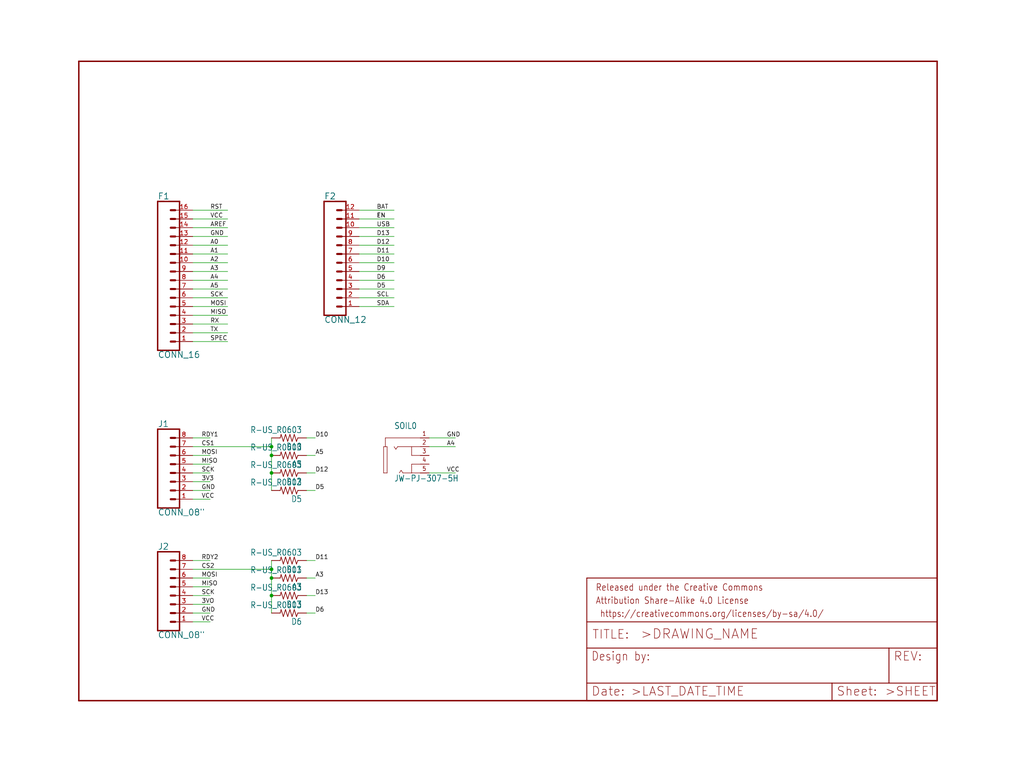
<source format=kicad_sch>
(kicad_sch (version 20220622) (generator eeschema)
  (paper "User" 297.002 223.926)
  (lib_symbols
    (symbol "MAX31865-eagle-import:CONN_08{dblquote}"
      (property "Reference" "J" (at -5.08 13.208 0))
      (property "Value" "CONN_08{dblquote}" (at -5.08 -12.446 0))
      (symbol "CONN_08{dblquote}_1_0"
        (polyline (pts (xy -5.08 12.7) (xy -5.08 -10.16)) (stroke (width 0.4064)))
        (polyline (pts (xy -5.08 12.7) (xy 1.27 12.7)) (stroke (width 0.4064)))
        (polyline (pts (xy -1.27 -7.62) (xy 0 -7.62)) (stroke (width 0.6096)))
        (polyline (pts (xy -1.27 -5.08) (xy 0 -5.08)) (stroke (width 0.6096)))
        (polyline (pts (xy -1.27 -2.54) (xy 0 -2.54)) (stroke (width 0.6096)))
        (polyline (pts (xy -1.27 0) (xy 0 0)) (stroke (width 0.6096)))
        (polyline (pts (xy -1.27 2.54) (xy 0 2.54)) (stroke (width 0.6096)))
        (polyline (pts (xy -1.27 5.08) (xy 0 5.08)) (stroke (width 0.6096)))
        (polyline (pts (xy -1.27 7.62) (xy 0 7.62)) (stroke (width 0.6096)))
        (polyline (pts (xy -1.27 10.16) (xy 0 10.16)) (stroke (width 0.6096)))
        (polyline (pts (xy 1.27 -10.16) (xy -5.08 -10.16)) (stroke (width 0.4064)))
        (polyline (pts (xy 1.27 -10.16) (xy 1.27 12.7)) (stroke (width 0.4064)))
        (pin passive line (at 5.08 -7.62 180) (length 5.08) (name "1") (number "1"))
        (pin passive line (at 5.08 -5.08 180) (length 5.08) (name "2") (number "2"))
        (pin passive line (at 5.08 -2.54 180) (length 5.08) (name "3") (number "3"))
        (pin passive line (at 5.08 0 180) (length 5.08) (name "4") (number "4"))
        (pin passive line (at 5.08 2.54 180) (length 5.08) (name "5") (number "5"))
        (pin passive line (at 5.08 5.08 180) (length 5.08) (name "6") (number "6"))
        (pin passive line (at 5.08 7.62 180) (length 5.08) (name "7") (number "7"))
        (pin passive line (at 5.08 10.16 180) (length 5.08) (name "8") (number "8"))
      )
    )
    (symbol "MAX31865-eagle-import:CONN_12"
      (property "Reference" "J" (at 0 15.748 0))
      (property "Value" "CONN_12" (at 0 -20.066 0))
      (symbol "CONN_12_1_0"
        (polyline (pts (xy 0 15.24) (xy 0 -17.78)) (stroke (width 0.4064)))
        (polyline (pts (xy 0 15.24) (xy 6.35 15.24)) (stroke (width 0.4064)))
        (polyline (pts (xy 3.81 -15.24) (xy 5.08 -15.24)) (stroke (width 0.6096)))
        (polyline (pts (xy 3.81 -12.7) (xy 5.08 -12.7)) (stroke (width 0.6096)))
        (polyline (pts (xy 3.81 -10.16) (xy 5.08 -10.16)) (stroke (width 0.6096)))
        (polyline (pts (xy 3.81 -7.62) (xy 5.08 -7.62)) (stroke (width 0.6096)))
        (polyline (pts (xy 3.81 -5.08) (xy 5.08 -5.08)) (stroke (width 0.6096)))
        (polyline (pts (xy 3.81 -2.54) (xy 5.08 -2.54)) (stroke (width 0.6096)))
        (polyline (pts (xy 3.81 0) (xy 5.08 0)) (stroke (width 0.6096)))
        (polyline (pts (xy 3.81 2.54) (xy 5.08 2.54)) (stroke (width 0.6096)))
        (polyline (pts (xy 3.81 5.08) (xy 5.08 5.08)) (stroke (width 0.6096)))
        (polyline (pts (xy 3.81 7.62) (xy 5.08 7.62)) (stroke (width 0.6096)))
        (polyline (pts (xy 3.81 10.16) (xy 5.08 10.16)) (stroke (width 0.6096)))
        (polyline (pts (xy 3.81 12.7) (xy 5.08 12.7)) (stroke (width 0.6096)))
        (polyline (pts (xy 6.35 -17.78) (xy 0 -17.78)) (stroke (width 0.4064)))
        (polyline (pts (xy 6.35 -17.78) (xy 6.35 15.24)) (stroke (width 0.4064)))
        (pin passive line (at 10.16 -15.24 180) (length 5.08) (name "1") (number "1"))
        (pin passive line (at 10.16 7.62 180) (length 5.08) (name "10") (number "10"))
        (pin passive line (at 10.16 10.16 180) (length 5.08) (name "11") (number "11"))
        (pin passive line (at 10.16 12.7 180) (length 5.08) (name "12") (number "12"))
        (pin passive line (at 10.16 -12.7 180) (length 5.08) (name "2") (number "2"))
        (pin passive line (at 10.16 -10.16 180) (length 5.08) (name "3") (number "3"))
        (pin passive line (at 10.16 -7.62 180) (length 5.08) (name "4") (number "4"))
        (pin passive line (at 10.16 -5.08 180) (length 5.08) (name "5") (number "5"))
        (pin passive line (at 10.16 -2.54 180) (length 5.08) (name "6") (number "6"))
        (pin passive line (at 10.16 0 180) (length 5.08) (name "7") (number "7"))
        (pin passive line (at 10.16 2.54 180) (length 5.08) (name "8") (number "8"))
        (pin passive line (at 10.16 5.08 180) (length 5.08) (name "9") (number "9"))
      )
    )
    (symbol "MAX31865-eagle-import:CONN_16"
      (property "Reference" "J" (at 0 20.828 0))
      (property "Value" "CONN_16" (at 0 -25.146 0))
      (symbol "CONN_16_1_0"
        (polyline (pts (xy 0 20.32) (xy 0 -22.86)) (stroke (width 0.4064)))
        (polyline (pts (xy 0 20.32) (xy 6.35 20.32)) (stroke (width 0.4064)))
        (polyline (pts (xy 3.81 -20.32) (xy 5.08 -20.32)) (stroke (width 0.6096)))
        (polyline (pts (xy 3.81 -17.78) (xy 5.08 -17.78)) (stroke (width 0.6096)))
        (polyline (pts (xy 3.81 -15.24) (xy 5.08 -15.24)) (stroke (width 0.6096)))
        (polyline (pts (xy 3.81 -12.7) (xy 5.08 -12.7)) (stroke (width 0.6096)))
        (polyline (pts (xy 3.81 -10.16) (xy 5.08 -10.16)) (stroke (width 0.6096)))
        (polyline (pts (xy 3.81 -7.62) (xy 5.08 -7.62)) (stroke (width 0.6096)))
        (polyline (pts (xy 3.81 -5.08) (xy 5.08 -5.08)) (stroke (width 0.6096)))
        (polyline (pts (xy 3.81 -2.54) (xy 5.08 -2.54)) (stroke (width 0.6096)))
        (polyline (pts (xy 3.81 0) (xy 5.08 0)) (stroke (width 0.6096)))
        (polyline (pts (xy 3.81 2.54) (xy 5.08 2.54)) (stroke (width 0.6096)))
        (polyline (pts (xy 3.81 5.08) (xy 5.08 5.08)) (stroke (width 0.6096)))
        (polyline (pts (xy 3.81 7.62) (xy 5.08 7.62)) (stroke (width 0.6096)))
        (polyline (pts (xy 3.81 10.16) (xy 5.08 10.16)) (stroke (width 0.6096)))
        (polyline (pts (xy 3.81 12.7) (xy 5.08 12.7)) (stroke (width 0.6096)))
        (polyline (pts (xy 3.81 15.24) (xy 5.08 15.24)) (stroke (width 0.6096)))
        (polyline (pts (xy 3.81 17.78) (xy 5.08 17.78)) (stroke (width 0.6096)))
        (polyline (pts (xy 6.35 -22.86) (xy 0 -22.86)) (stroke (width 0.4064)))
        (polyline (pts (xy 6.35 -22.86) (xy 6.35 20.32)) (stroke (width 0.4064)))
        (pin passive line (at 10.16 -20.32 180) (length 5.08) (name "1") (number "1"))
        (pin passive line (at 10.16 2.54 180) (length 5.08) (name "10") (number "10"))
        (pin passive line (at 10.16 5.08 180) (length 5.08) (name "11") (number "11"))
        (pin passive line (at 10.16 7.62 180) (length 5.08) (name "12") (number "12"))
        (pin passive line (at 10.16 10.16 180) (length 5.08) (name "13") (number "13"))
        (pin passive line (at 10.16 12.7 180) (length 5.08) (name "14") (number "14"))
        (pin passive line (at 10.16 15.24 180) (length 5.08) (name "15") (number "15"))
        (pin passive line (at 10.16 17.78 180) (length 5.08) (name "16") (number "16"))
        (pin passive line (at 10.16 -17.78 180) (length 5.08) (name "2") (number "2"))
        (pin passive line (at 10.16 -15.24 180) (length 5.08) (name "3") (number "3"))
        (pin passive line (at 10.16 -12.7 180) (length 5.08) (name "4") (number "4"))
        (pin passive line (at 10.16 -10.16 180) (length 5.08) (name "5") (number "5"))
        (pin passive line (at 10.16 -7.62 180) (length 5.08) (name "6") (number "6"))
        (pin passive line (at 10.16 -5.08 180) (length 5.08) (name "7") (number "7"))
        (pin passive line (at 10.16 -2.54 180) (length 5.08) (name "8") (number "8"))
        (pin passive line (at 10.16 0 180) (length 5.08) (name "9") (number "9"))
      )
    )
    (symbol "MAX31865-eagle-import:FRAME-LETTER"
      (symbol "FRAME-LETTER_1_0"
        (polyline (pts (xy 0 0) (xy 248.92 0)) (stroke (width 0.4064)))
        (polyline (pts (xy 0 185.42) (xy 0 0)) (stroke (width 0.4064)))
        (polyline (pts (xy 0 185.42) (xy 248.92 185.42)) (stroke (width 0.4064)))
        (polyline (pts (xy 248.92 185.42) (xy 248.92 0)) (stroke (width 0.4064)))
      )
      (symbol "FRAME-LETTER_2_0"
        (polyline (pts (xy 0 0) (xy 0 5.08)) (stroke (width 0.254)))
        (polyline (pts (xy 0 0) (xy 71.12 0)) (stroke (width 0.254)))
        (polyline (pts (xy 0 5.08) (xy 0 15.24)) (stroke (width 0.254)))
        (polyline (pts (xy 0 5.08) (xy 71.12 5.08)) (stroke (width 0.254)))
        (polyline (pts (xy 0 15.24) (xy 0 22.86)) (stroke (width 0.254)))
        (polyline (pts (xy 0 22.86) (xy 0 35.56)) (stroke (width 0.254)))
        (polyline (pts (xy 0 22.86) (xy 101.6 22.86)) (stroke (width 0.254)))
        (polyline (pts (xy 71.12 0) (xy 101.6 0)) (stroke (width 0.254)))
        (polyline (pts (xy 71.12 5.08) (xy 71.12 0)) (stroke (width 0.254)))
        (polyline (pts (xy 71.12 5.08) (xy 87.63 5.08)) (stroke (width 0.254)))
        (polyline (pts (xy 87.63 5.08) (xy 101.6 5.08)) (stroke (width 0.254)))
        (polyline (pts (xy 87.63 15.24) (xy 0 15.24)) (stroke (width 0.254)))
        (polyline (pts (xy 87.63 15.24) (xy 87.63 5.08)) (stroke (width 0.254)))
        (polyline (pts (xy 101.6 5.08) (xy 101.6 0)) (stroke (width 0.254)))
        (polyline (pts (xy 101.6 15.24) (xy 87.63 15.24)) (stroke (width 0.254)))
        (polyline (pts (xy 101.6 15.24) (xy 101.6 5.08)) (stroke (width 0.254)))
        (polyline (pts (xy 101.6 22.86) (xy 101.6 15.24)) (stroke (width 0.254)))
        (polyline (pts (xy 101.6 35.56) (xy 0 35.56)) (stroke (width 0.254)))
        (polyline (pts (xy 101.6 35.56) (xy 101.6 22.86)) (stroke (width 0.254)))
        (text " https://creativecommons.org/licenses/by-sa/4.0/" (at 2.54 24.13 0) (effects (font (size 1.9304 1.6408)) (justify left bottom)))
        (text ">DRAWING_NAME" (at 15.494 17.78 0) (effects (font (size 2.7432 2.7432)) (justify left bottom)))
        (text ">LAST_DATE_TIME" (at 12.7 1.27 0) (effects (font (size 2.54 2.54)) (justify left bottom)))
        (text ">SHEET" (at 86.36 1.27 0) (effects (font (size 2.54 2.54)) (justify left bottom)))
        (text "Attribution Share-Alike 4.0 License" (at 2.54 27.94 0) (effects (font (size 1.9304 1.6408)) (justify left bottom)))
        (text "Date:" (at 1.27 1.27 0) (effects (font (size 2.54 2.54)) (justify left bottom)))
        (text "Design by:" (at 1.27 11.43 0) (effects (font (size 2.54 2.159)) (justify left bottom)))
        (text "Released under the Creative Commons" (at 2.54 31.75 0) (effects (font (size 1.9304 1.6408)) (justify left bottom)))
        (text "REV:" (at 88.9 11.43 0) (effects (font (size 2.54 2.54)) (justify left bottom)))
        (text "Sheet:" (at 72.39 1.27 0) (effects (font (size 2.54 2.54)) (justify left bottom)))
        (text "TITLE:" (at 1.524 17.78 0) (effects (font (size 2.54 2.54)) (justify left bottom)))
      )
    )
    (symbol "MAX31865-eagle-import:JW-PJ-307-5H"
      (property "Reference" "J" (at -2.54 7.62 0))
      (property "Value" "JW-PJ-307-5H" (at -2.54 -7.62 0))
      (symbol "JW-PJ-307-5H_1_0"
        (polyline (pts (xy -5.588 -5.08) (xy -4.572 -5.08)) (stroke (width 0.1524)))
        (polyline (pts (xy -5.588 2.54) (xy -5.588 -5.08)) (stroke (width 0.1524)))
        (polyline (pts (xy -5.08 2.54) (xy -5.588 2.54)) (stroke (width 0.1524)))
        (polyline (pts (xy -5.08 5.08) (xy -5.08 2.54)) (stroke (width 0.1524)))
        (polyline (pts (xy -4.572 -5.08) (xy -4.572 2.54)) (stroke (width 0.1524)))
        (polyline (pts (xy -4.572 2.54) (xy -5.08 2.54)) (stroke (width 0.1524)))
        (polyline (pts (xy -2.032 1.778) (xy -2.54 2.54)) (stroke (width 0.1524)))
        (polyline (pts (xy -1.524 2.54) (xy -2.032 1.778)) (stroke (width 0.1524)))
        (polyline (pts (xy -0.508 -4.318) (xy -1.016 -5.08)) (stroke (width 0.1524)))
        (polyline (pts (xy 0 -5.08) (xy -0.508 -4.318)) (stroke (width 0.1524)))
        (polyline (pts (xy 2.54 -5.08) (xy 0 -5.08)) (stroke (width 0.1524)))
        (polyline (pts (xy 2.54 -2.54) (xy 2.54 -5.08)) (stroke (width 0.1524)))
        (polyline (pts (xy 2.54 0) (xy 2.54 2.54)) (stroke (width 0.1524)))
        (polyline (pts (xy 5.08 -5.08) (xy 2.54 -5.08)) (stroke (width 0.1524)))
        (polyline (pts (xy 5.08 -2.54) (xy 2.54 -2.54)) (stroke (width 0.1524)))
        (polyline (pts (xy 5.08 0) (xy 2.54 0)) (stroke (width 0.1524)))
        (polyline (pts (xy 5.08 2.54) (xy -1.524 2.54)) (stroke (width 0.1524)))
        (polyline (pts (xy 5.08 5.08) (xy -5.08 5.08)) (stroke (width 0.1524)))
        (text "1" (at 5.588 5.588 0) (effects (font (size 1.27 1.0795)) (justify left bottom)))
        (text "2" (at 5.588 3.048 0) (effects (font (size 1.27 1.0795)) (justify left bottom)))
        (text "3" (at 5.588 0.508 0) (effects (font (size 1.27 1.0795)) (justify left bottom)))
        (text "4" (at 5.588 -2.032 0) (effects (font (size 1.27 1.0795)) (justify left bottom)))
        (text "5" (at 5.588 -4.572 0) (effects (font (size 1.27 1.0795)) (justify left bottom)))
        (pin passive line (at 7.62 5.08 180) (length 2.54) (name "1") (number "1"))
        (pin passive line (at 7.62 2.54 180) (length 2.54) (name "2") (number "2"))
        (pin passive line (at 7.62 0 180) (length 2.54) (name "3") (number "3"))
        (pin passive line (at 7.62 -2.54 180) (length 2.54) (name "4") (number "4"))
        (pin passive line (at 7.62 -5.08 180) (length 2.54) (name "5") (number "5"))
      )
    )
    (symbol "MAX31865-eagle-import:R-US_R0603"
      (property "Reference" "R" (at -3.81 1.4986 0))
      (property "Value" "R-US_R0603" (at -3.81 -3.302 0))
      (symbol "R-US_R0603_1_0"
        (polyline (pts (xy -2.54 0) (xy -2.159 1.016)) (stroke (width 0.2032)))
        (polyline (pts (xy -2.159 1.016) (xy -1.524 -1.016)) (stroke (width 0.2032)))
        (polyline (pts (xy -1.524 -1.016) (xy -0.889 1.016)) (stroke (width 0.2032)))
        (polyline (pts (xy -0.889 1.016) (xy -0.254 -1.016)) (stroke (width 0.2032)))
        (polyline (pts (xy -0.254 -1.016) (xy 0.381 1.016)) (stroke (width 0.2032)))
        (polyline (pts (xy 0.381 1.016) (xy 1.016 -1.016)) (stroke (width 0.2032)))
        (polyline (pts (xy 1.016 -1.016) (xy 1.651 1.016)) (stroke (width 0.2032)))
        (polyline (pts (xy 1.651 1.016) (xy 2.286 -1.016)) (stroke (width 0.2032)))
        (polyline (pts (xy 2.286 -1.016) (xy 2.54 0)) (stroke (width 0.2032)))
        (pin passive line (at -5.08 0 0) (length 2.54) (name "1") (number "1"))
        (pin passive line (at 5.08 0 180) (length 2.54) (name "2") (number "2"))
      )
    )
  )
  (junction (at 78.74 129.54))
  (junction (at 78.74 167.64))
  (junction (at 78.74 137.16))
  (junction (at 78.74 165.1))
  (junction (at 78.74 172.72))
  (junction (at 78.74 132.08))
  (wire (pts (xy 88.9 162.56) (xy 91.44 162.56)))
  (wire (pts (xy 88.9 137.16) (xy 91.44 137.16)))
  (wire (pts (xy 55.88 68.58) (xy 66.04 68.58)))
  (wire (pts (xy 78.74 167.64) (xy 78.74 165.1)))
  (wire (pts (xy 55.88 83.82) (xy 66.04 83.82)))
  (wire (pts (xy 55.88 78.74) (xy 66.04 78.74)))
  (wire (pts (xy 55.88 165.1) (xy 78.74 165.1)))
  (wire (pts (xy 104.14 73.66) (xy 114.3 73.66)))
  (wire (pts (xy 88.9 167.64) (xy 91.44 167.64)))
  (wire (pts (xy 55.88 162.56) (xy 60.96 162.56)))
  (wire (pts (xy 55.88 86.36) (xy 66.04 86.36)))
  (wire (pts (xy 104.14 81.28) (xy 114.3 81.28)))
  (wire (pts (xy 55.88 91.44) (xy 66.04 91.44)))
  (wire (pts (xy 55.88 63.5) (xy 66.04 63.5)))
  (wire (pts (xy 124.46 129.54) (xy 132.08 129.54)))
  (wire (pts (xy 104.14 63.5) (xy 114.3 63.5)))
  (wire (pts (xy 55.88 88.9) (xy 66.04 88.9)))
  (wire (pts (xy 55.88 142.24) (xy 60.96 142.24)))
  (wire (pts (xy 78.74 132.08) (xy 78.74 137.16)))
  (wire (pts (xy 88.9 127) (xy 91.44 127)))
  (wire (pts (xy 55.88 81.28) (xy 66.04 81.28)))
  (wire (pts (xy 104.14 88.9) (xy 114.3 88.9)))
  (wire (pts (xy 88.9 142.24) (xy 91.44 142.24)))
  (wire (pts (xy 55.88 99.06) (xy 66.04 99.06)))
  (wire (pts (xy 55.88 132.08) (xy 60.96 132.08)))
  (wire (pts (xy 78.74 129.54) (xy 78.74 127)))
  (wire (pts (xy 55.88 93.98) (xy 66.04 93.98)))
  (wire (pts (xy 104.14 76.2) (xy 114.3 76.2)))
  (wire (pts (xy 55.88 177.8) (xy 60.96 177.8)))
  (wire (pts (xy 55.88 172.72) (xy 60.96 172.72)))
  (wire (pts (xy 55.88 66.04) (xy 66.04 66.04)))
  (wire (pts (xy 55.88 175.26) (xy 60.96 175.26)))
  (wire (pts (xy 124.46 137.16) (xy 132.08 137.16)))
  (wire (pts (xy 78.74 167.64) (xy 78.74 172.72)))
  (wire (pts (xy 88.9 177.8) (xy 91.44 177.8)))
  (wire (pts (xy 78.74 172.72) (xy 78.74 177.8)))
  (wire (pts (xy 55.88 96.52) (xy 66.04 96.52)))
  (wire (pts (xy 55.88 129.54) (xy 78.74 129.54)))
  (wire (pts (xy 55.88 73.66) (xy 66.04 73.66)))
  (wire (pts (xy 55.88 180.34) (xy 60.96 180.34)))
  (wire (pts (xy 104.14 78.74) (xy 114.3 78.74)))
  (wire (pts (xy 104.14 60.96) (xy 114.3 60.96)))
  (wire (pts (xy 104.14 83.82) (xy 114.3 83.82)))
  (wire (pts (xy 104.14 71.12) (xy 114.3 71.12)))
  (wire (pts (xy 55.88 144.78) (xy 60.96 144.78)))
  (wire (pts (xy 88.9 172.72) (xy 91.44 172.72)))
  (wire (pts (xy 55.88 170.18) (xy 60.96 170.18)))
  (wire (pts (xy 55.88 60.96) (xy 66.04 60.96)))
  (wire (pts (xy 78.74 165.1) (xy 78.74 162.56)))
  (wire (pts (xy 55.88 139.7) (xy 60.96 139.7)))
  (wire (pts (xy 55.88 127) (xy 60.96 127)))
  (wire (pts (xy 88.9 132.08) (xy 91.44 132.08)))
  (wire (pts (xy 124.46 127) (xy 132.08 127)))
  (wire (pts (xy 78.74 132.08) (xy 78.74 129.54)))
  (wire (pts (xy 55.88 137.16) (xy 60.96 137.16)))
  (wire (pts (xy 78.74 137.16) (xy 78.74 142.24)))
  (wire (pts (xy 55.88 134.62) (xy 60.96 134.62)))
  (wire (pts (xy 55.88 71.12) (xy 66.04 71.12)))
  (wire (pts (xy 104.14 86.36) (xy 114.3 86.36)))
  (wire (pts (xy 104.14 66.04) (xy 114.3 66.04)))
  (wire (pts (xy 55.88 76.2) (xy 66.04 76.2)))
  (wire (pts (xy 55.88 167.64) (xy 60.96 167.64)))
  (wire (pts (xy 104.14 68.58) (xy 114.3 68.58)))
  (label "TX" (at 60.96 96.52 0) (effects (font (size 1.2446 1.2446))))
  (label "3VO" (at 58.42 175.26 0) (effects (font (size 1.2446 1.2446))))
  (label "D12" (at 91.44 137.16 0) (effects (font (size 1.2446 1.2446))))
  (label "A5" (at 60.96 83.82 0) (effects (font (size 1.2446 1.2446))))
  (label "CS2" (at 58.42 165.1 0) (effects (font (size 1.2446 1.2446))))
  (label "D9" (at 109.22 78.74 0) (effects (font (size 1.2446 1.2446))))
  (label "SDA" (at 109.22 88.9 0) (effects (font (size 1.2446 1.2446))))
  (label "SCK" (at 58.42 172.72 0) (effects (font (size 1.2446 1.2446))))
  (label "A4" (at 129.54 129.54 0) (effects (font (size 1.2446 1.2446))))
  (label "D12" (at 109.22 71.12 0) (effects (font (size 1.2446 1.2446))))
  (label "CS1" (at 58.42 129.54 0) (effects (font (size 1.2446 1.2446))))
  (label "RX" (at 60.96 93.98 0) (effects (font (size 1.2446 1.2446))))
  (label "D11" (at 109.22 73.66 0) (effects (font (size 1.2446 1.2446))))
  (label "A5" (at 91.44 132.08 0) (effects (font (size 1.2446 1.2446))))
  (label "D6" (at 109.22 81.28 0) (effects (font (size 1.2446 1.2446))))
  (label "VCC" (at 58.42 144.78 0) (effects (font (size 1.2446 1.2446))))
  (label "MISO" (at 60.96 91.44 0) (effects (font (size 1.2446 1.2446))))
  (label "D13" (at 109.22 68.58 0) (effects (font (size 1.2446 1.2446))))
  (label "D6" (at 91.44 177.8 0) (effects (font (size 1.2446 1.2446))))
  (label "VCC" (at 60.96 63.5 0) (effects (font (size 1.2446 1.2446))))
  (label "MOSI" (at 58.42 132.08 0) (effects (font (size 1.2446 1.2446))))
  (label "GND" (at 58.42 142.24 0) (effects (font (size 1.2446 1.2446))))
  (label "D10" (at 91.44 127 0) (effects (font (size 1.2446 1.2446))))
  (label "D5" (at 91.44 142.24 0) (effects (font (size 1.2446 1.2446))))
  (label "GND" (at 58.42 177.8 0) (effects (font (size 1.2446 1.2446))))
  (label "VCC" (at 58.42 180.34 0) (effects (font (size 1.2446 1.2446))))
  (label "A2" (at 60.96 76.2 0) (effects (font (size 1.2446 1.2446))))
  (label "A3" (at 60.96 78.74 0) (effects (font (size 1.2446 1.2446))))
  (label "A0" (at 60.96 71.12 0) (effects (font (size 1.2446 1.2446))))
  (label "A1" (at 60.96 73.66 0) (effects (font (size 1.2446 1.2446))))
  (label "MISO" (at 58.42 170.18 0) (effects (font (size 1.2446 1.2446))))
  (label "USB" (at 109.22 66.04 0) (effects (font (size 1.2446 1.2446))))
  (label "RDY1" (at 58.42 127 0) (effects (font (size 1.2446 1.2446))))
  (label "MOSI" (at 60.96 88.9 0) (effects (font (size 1.2446 1.2446))))
  (label "EN" (at 109.22 63.5 0) (effects (font (size 1.2446 1.2446))))
  (label "A4" (at 60.96 81.28 0) (effects (font (size 1.2446 1.2446))))
  (label "3V3" (at 58.42 139.7 0) (effects (font (size 1.2446 1.2446))))
  (label "AREF" (at 60.96 66.04 0) (effects (font (size 1.2446 1.2446))))
  (label "D13" (at 91.44 172.72 0) (effects (font (size 1.2446 1.2446))))
  (label "D11" (at 91.44 162.56 0) (effects (font (size 1.2446 1.2446))))
  (label "SPEC" (at 60.96 99.06 0) (effects (font (size 1.2446 1.2446))))
  (label "SCK" (at 60.96 86.36 0) (effects (font (size 1.2446 1.2446))))
  (label "GND" (at 60.96 68.58 0) (effects (font (size 1.2446 1.2446))))
  (label "EN" (at 109.22 63.5 0) (effects (font (size 1.2446 1.2446))))
  (label "SCL" (at 109.22 86.36 0) (effects (font (size 1.2446 1.2446))))
  (label "RST" (at 60.96 60.96 0) (effects (font (size 1.2446 1.2446))))
  (label "SCK" (at 58.42 137.16 0) (effects (font (size 1.2446 1.2446))))
  (label "RDY2" (at 58.42 162.56 0) (effects (font (size 1.2446 1.2446))))
  (label "MISO" (at 58.42 134.62 0) (effects (font (size 1.2446 1.2446))))
  (label "A3" (at 91.44 167.64 0) (effects (font (size 1.2446 1.2446))))
  (label "D10" (at 109.22 76.2 0) (effects (font (size 1.2446 1.2446))))
  (label "BAT" (at 109.22 60.96 0) (effects (font (size 1.2446 1.2446))))
  (label "D5" (at 109.22 83.82 0) (effects (font (size 1.2446 1.2446))))
  (label "VCC" (at 129.54 137.16 0) (effects (font (size 1.2446 1.2446))))
  (label "MOSI" (at 58.42 167.64 0) (effects (font (size 1.2446 1.2446))))
  (label "GND" (at 129.54 127 0) (effects (font (size 1.2446 1.2446))))
  (symbol (lib_id "MAX31865-eagle-import:JW-PJ-307-5H") (at 116.84 132.08 0) (unit 1)
    (default_instance (reference "U") (unit 1) (value "") (footprint ""))
    (property "Reference" "SOIL0" (at 114.3 124.46 0) (effects (font (size 1.778 1.5113)) (justify left bottom)))
    (property "Value" "JW-PJ-307-5H" (at 114.3 139.7 0) (effects (font (size 1.778 1.5113)) (justify left bottom)))
    (property "Footprint" "MAX31865:JW-PJ-307-5H" (effects hide))
  )
  (symbol (lib_id "MAX31865-eagle-import:R-US_R0603") (at 83.82 172.72 180) (unit 1)
    (default_instance (reference "U") (unit 1) (value "") (footprint ""))
    (property "Reference" "D13" (at 87.63 174.2186 0) (effects (font (size 1.778 1.5113)) (justify left bottom)))
    (property "Value" "R-US_R0603" (at 87.63 169.418 0) (effects (font (size 1.778 1.5113)) (justify left bottom)))
    (property "Footprint" "MAX31865:R0603" (effects hide))
  )
  (symbol (lib_id "MAX31865-eagle-import:R-US_R0603") (at 83.82 127 180) (unit 1)
    (default_instance (reference "U") (unit 1) (value "") (footprint ""))
    (property "Reference" "D10" (at 87.63 128.4986 0) (effects (font (size 1.778 1.5113)) (justify left bottom)))
    (property "Value" "R-US_R0603" (at 87.63 123.698 0) (effects (font (size 1.778 1.5113)) (justify left bottom)))
    (property "Footprint" "MAX31865:R0603" (effects hide))
  )
  (symbol (lib_id "MAX31865-eagle-import:R-US_R0603") (at 83.82 177.8 180) (unit 1)
    (default_instance (reference "U") (unit 1) (value "") (footprint ""))
    (property "Reference" "D6" (at 87.63 179.2986 0) (effects (font (size 1.778 1.5113)) (justify left bottom)))
    (property "Value" "R-US_R0603" (at 87.63 174.498 0) (effects (font (size 1.778 1.5113)) (justify left bottom)))
    (property "Footprint" "MAX31865:R0603" (effects hide))
  )
  (symbol (lib_id "MAX31865-eagle-import:CONN_08{dblquote}") (at 50.8 172.72 0) (unit 1)
    (default_instance (reference "U") (unit 1) (value "") (footprint ""))
    (property "Reference" "J2" (at 45.72 159.512 0) (effects (font (size 1.778 1.778)) (justify left bottom)))
    (property "Value" "CONN_08{dblquote}" (at 45.72 185.166 0) (effects (font (size 1.778 1.778)) (justify left bottom)))
    (property "Footprint" "MAX31865:1X08" (effects hide))
  )
  (symbol (lib_id "MAX31865-eagle-import:R-US_R0603") (at 83.82 167.64 180) (unit 1)
    (default_instance (reference "U") (unit 1) (value "") (footprint ""))
    (property "Reference" "A3" (at 87.63 169.1386 0) (effects (font (size 1.778 1.5113)) (justify left bottom)))
    (property "Value" "R-US_R0603" (at 87.63 164.338 0) (effects (font (size 1.778 1.5113)) (justify left bottom)))
    (property "Footprint" "MAX31865:R0603" (effects hide))
  )
  (symbol (lib_id "MAX31865-eagle-import:R-US_R0603") (at 83.82 132.08 180) (unit 1)
    (default_instance (reference "U") (unit 1) (value "") (footprint ""))
    (property "Reference" "A5" (at 87.63 133.5786 0) (effects (font (size 1.778 1.5113)) (justify left bottom)))
    (property "Value" "R-US_R0603" (at 87.63 128.778 0) (effects (font (size 1.778 1.5113)) (justify left bottom)))
    (property "Footprint" "MAX31865:R0603" (effects hide))
  )
  (symbol (lib_id "MAX31865-eagle-import:CONN_16") (at 45.72 78.74 0) (unit 1)
    (default_instance (reference "U") (unit 1) (value "") (footprint ""))
    (property "Reference" "F1" (at 45.72 57.912 0) (effects (font (size 1.778 1.778)) (justify left bottom)))
    (property "Value" "CONN_16" (at 45.72 103.886 0) (effects (font (size 1.778 1.778)) (justify left bottom)))
    (property "Footprint" "MAX31865:1X16" (effects hide))
  )
  (symbol (lib_id "MAX31865-eagle-import:R-US_R0603") (at 83.82 142.24 180) (unit 1)
    (default_instance (reference "U") (unit 1) (value "") (footprint ""))
    (property "Reference" "D5" (at 87.63 143.7386 0) (effects (font (size 1.778 1.5113)) (justify left bottom)))
    (property "Value" "R-US_R0603" (at 87.63 138.938 0) (effects (font (size 1.778 1.5113)) (justify left bottom)))
    (property "Footprint" "MAX31865:R0603" (effects hide))
  )
  (symbol (lib_id "MAX31865-eagle-import:CONN_08{dblquote}") (at 50.8 137.16 0) (unit 1)
    (default_instance (reference "U") (unit 1) (value "") (footprint ""))
    (property "Reference" "J1" (at 45.72 123.952 0) (effects (font (size 1.778 1.778)) (justify left bottom)))
    (property "Value" "CONN_08{dblquote}" (at 45.72 149.606 0) (effects (font (size 1.778 1.778)) (justify left bottom)))
    (property "Footprint" "MAX31865:1X08" (effects hide))
  )
  (symbol (lib_id "MAX31865-eagle-import:R-US_R0603") (at 83.82 162.56 180) (unit 1)
    (default_instance (reference "U") (unit 1) (value "") (footprint ""))
    (property "Reference" "D11" (at 87.63 164.0586 0) (effects (font (size 1.778 1.5113)) (justify left bottom)))
    (property "Value" "R-US_R0603" (at 87.63 159.258 0) (effects (font (size 1.778 1.5113)) (justify left bottom)))
    (property "Footprint" "MAX31865:R0603" (effects hide))
  )
  (symbol (lib_id "MAX31865-eagle-import:R-US_R0603") (at 83.82 137.16 180) (unit 1)
    (default_instance (reference "U") (unit 1) (value "") (footprint ""))
    (property "Reference" "D12" (at 87.63 138.6586 0) (effects (font (size 1.778 1.5113)) (justify left bottom)))
    (property "Value" "R-US_R0603" (at 87.63 133.858 0) (effects (font (size 1.778 1.5113)) (justify left bottom)))
    (property "Footprint" "MAX31865:R0603" (effects hide))
  )
  (symbol (lib_id "MAX31865-eagle-import:FRAME-LETTER") (at 22.86 203.2 0) (unit 1)
    (default_instance (reference "U") (unit 1) (value "") (footprint ""))
    (property "Reference" "FRAME1" (effects hide))
    (property "Value" "FRAME-LETTER" (effects hide))
    (property "Footprint" "MAX31865:CREATIVE_COMMONS" (effects hide))
  )
  (symbol (lib_id "MAX31865-eagle-import:FRAME-LETTER") (at 170.18 203.2 0) (unit 2)
    (default_instance (reference "U") (unit 1) (value "") (footprint ""))
    (property "Reference" "FRAME1" (effects hide))
    (property "Value" "FRAME-LETTER" (effects hide))
    (property "Footprint" "MAX31865:CREATIVE_COMMONS" (effects hide))
  )
  (symbol (lib_id "MAX31865-eagle-import:CONN_12") (at 93.98 73.66 0) (unit 1)
    (default_instance (reference "U") (unit 1) (value "") (footprint ""))
    (property "Reference" "F2" (at 93.98 57.912 0) (effects (font (size 1.778 1.778)) (justify left bottom)))
    (property "Value" "CONN_12" (at 93.98 93.726 0) (effects (font (size 1.778 1.778)) (justify left bottom)))
    (property "Footprint" "MAX31865:1X12" (effects hide))
  )
)
</source>
